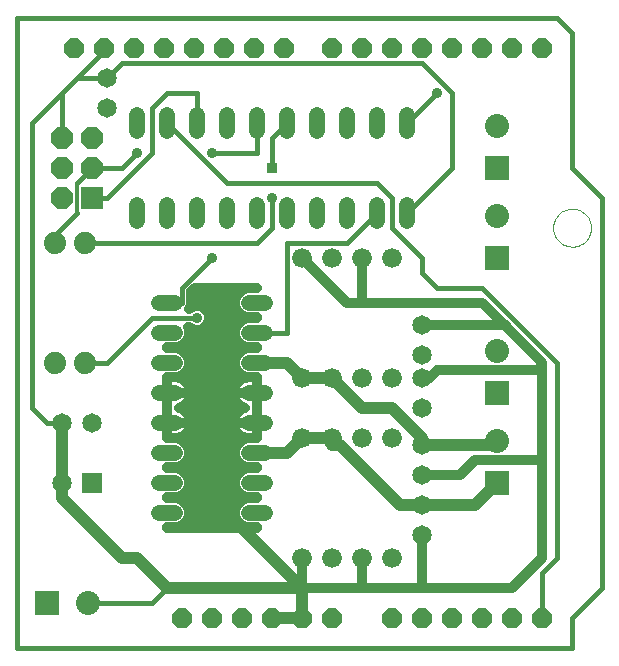
<source format=gbl>
G75*
G70*
%OFA0B0*%
%FSLAX24Y24*%
%IPPOS*%
%LPD*%
%AMOC8*
5,1,8,0,0,1.08239X$1,22.5*
%
%ADD10C,0.0000*%
%ADD11C,0.0160*%
%ADD12OC8,0.0660*%
%ADD13C,0.0520*%
%ADD14C,0.0660*%
%ADD15R,0.0740X0.0740*%
%ADD16OC8,0.0740*%
%ADD17C,0.0650*%
%ADD18R,0.0650X0.0650*%
%ADD19C,0.0740*%
%ADD20R,0.0800X0.0800*%
%ADD21C,0.0800*%
%ADD22C,0.0320*%
%ADD23C,0.0400*%
%ADD24C,0.0356*%
%ADD25R,0.0356X0.0356*%
%ADD26C,0.0120*%
D10*
X010210Y000504D02*
X010210Y021500D01*
X028080Y014504D02*
X028082Y014554D01*
X028088Y014604D01*
X028098Y014653D01*
X028112Y014701D01*
X028129Y014748D01*
X028150Y014793D01*
X028175Y014837D01*
X028203Y014878D01*
X028235Y014917D01*
X028269Y014954D01*
X028306Y014988D01*
X028346Y015018D01*
X028388Y015045D01*
X028432Y015069D01*
X028478Y015090D01*
X028525Y015106D01*
X028573Y015119D01*
X028623Y015128D01*
X028672Y015133D01*
X028723Y015134D01*
X028773Y015131D01*
X028822Y015124D01*
X028871Y015113D01*
X028919Y015098D01*
X028965Y015080D01*
X029010Y015058D01*
X029053Y015032D01*
X029094Y015003D01*
X029133Y014971D01*
X029169Y014936D01*
X029201Y014898D01*
X029231Y014858D01*
X029258Y014815D01*
X029281Y014771D01*
X029300Y014725D01*
X029316Y014677D01*
X029328Y014628D01*
X029336Y014579D01*
X029340Y014529D01*
X029340Y014479D01*
X029336Y014429D01*
X029328Y014380D01*
X029316Y014331D01*
X029300Y014283D01*
X029281Y014237D01*
X029258Y014193D01*
X029231Y014150D01*
X029201Y014110D01*
X029169Y014072D01*
X029133Y014037D01*
X029094Y014005D01*
X029053Y013976D01*
X029010Y013950D01*
X028965Y013928D01*
X028919Y013910D01*
X028871Y013895D01*
X028822Y013884D01*
X028773Y013877D01*
X028723Y013874D01*
X028672Y013875D01*
X028623Y013880D01*
X028573Y013889D01*
X028525Y013902D01*
X028478Y013918D01*
X028432Y013939D01*
X028388Y013963D01*
X028346Y013990D01*
X028306Y014020D01*
X028269Y014054D01*
X028235Y014091D01*
X028203Y014130D01*
X028175Y014171D01*
X028150Y014215D01*
X028129Y014260D01*
X028112Y014307D01*
X028098Y014355D01*
X028088Y014404D01*
X028082Y014454D01*
X028080Y014504D01*
D11*
X010210Y021504D02*
X010210Y000504D01*
X028710Y000504D01*
X028710Y001504D01*
X029710Y002504D01*
X029710Y015504D01*
X028710Y016504D01*
X028710Y021004D01*
X028210Y021504D01*
X010210Y021504D01*
X012210Y019504D02*
X013110Y020404D01*
X013110Y020504D01*
X013710Y020004D02*
X013210Y019504D01*
X012210Y019504D01*
X011710Y019004D01*
X011710Y017504D01*
X010710Y018004D02*
X010710Y008504D01*
X011210Y008004D01*
X011710Y008004D01*
X012460Y010004D02*
X013210Y010004D01*
X014710Y011504D01*
X016210Y011504D01*
X015710Y012004D02*
X015210Y012004D01*
X015710Y012004D02*
X015710Y012504D01*
X016710Y013504D01*
X018210Y014004D02*
X012460Y014004D01*
X011460Y014004D02*
X011460Y014254D01*
X012210Y015004D01*
X012710Y015504D02*
X013210Y015504D01*
X014710Y017004D01*
X014710Y018504D01*
X015210Y019004D01*
X016210Y019004D01*
X016210Y018004D01*
X015210Y018004D02*
X017210Y016004D01*
X022210Y016004D01*
X022710Y015504D01*
X022710Y014504D01*
X023710Y013504D01*
X023710Y013004D01*
X024210Y012504D01*
X025710Y012504D01*
X028210Y010004D01*
X028210Y003504D01*
X027710Y003004D01*
X027710Y001504D01*
X015210Y002504D02*
X014710Y002004D01*
X012588Y002004D01*
X018210Y011004D02*
X019210Y011004D01*
X019210Y014004D01*
X021210Y014004D01*
X022210Y015004D01*
X023210Y015004D02*
X024710Y016504D01*
X024710Y019004D01*
X023710Y020004D01*
X013710Y020004D01*
X011710Y019004D02*
X010710Y018004D01*
X012710Y016504D02*
X013710Y016504D01*
X014210Y017004D01*
X012710Y016504D02*
X012210Y016004D01*
X016710Y017004D02*
X018210Y017004D01*
X018210Y018004D01*
X018710Y017504D02*
X019210Y018004D01*
X018710Y017504D02*
X018710Y016504D01*
X018710Y015504D02*
X018710Y014504D01*
X018210Y014004D01*
X023210Y018004D02*
X024210Y019004D01*
D12*
X024710Y020504D03*
X025710Y020504D03*
X026710Y020504D03*
X027710Y020504D03*
X023710Y020504D03*
X022710Y020504D03*
X021710Y020504D03*
X020710Y020504D03*
X019110Y020504D03*
X018110Y020504D03*
X017110Y020504D03*
X016110Y020504D03*
X015110Y020504D03*
X014110Y020504D03*
X013110Y020504D03*
X012110Y020504D03*
X015710Y001504D03*
X016710Y001504D03*
X017710Y001504D03*
X018710Y001504D03*
X019710Y001504D03*
X020710Y001504D03*
X022710Y001504D03*
X023710Y001504D03*
X024710Y001504D03*
X025710Y001504D03*
X026710Y001504D03*
X027710Y001504D03*
D13*
X018470Y005004D02*
X017950Y005004D01*
X017950Y006004D02*
X018470Y006004D01*
X018470Y007004D02*
X017950Y007004D01*
X017950Y008004D02*
X018470Y008004D01*
X018470Y009004D02*
X017950Y009004D01*
X017950Y010004D02*
X018470Y010004D01*
X018470Y011004D02*
X017950Y011004D01*
X017950Y012004D02*
X018470Y012004D01*
X015470Y012004D02*
X014950Y012004D01*
X014950Y011004D02*
X015470Y011004D01*
X015470Y010004D02*
X014950Y010004D01*
X014950Y009004D02*
X015470Y009004D01*
X015470Y008004D02*
X014950Y008004D01*
X014950Y007004D02*
X015470Y007004D01*
X015470Y006004D02*
X014950Y006004D01*
X014950Y005004D02*
X015470Y005004D01*
X015210Y014744D02*
X015210Y015264D01*
X014210Y015264D02*
X014210Y014744D01*
X016210Y014744D02*
X016210Y015264D01*
X017210Y015264D02*
X017210Y014744D01*
X018210Y014744D02*
X018210Y015264D01*
X019210Y015264D02*
X019210Y014744D01*
X020210Y014744D02*
X020210Y015264D01*
X021210Y015264D02*
X021210Y014744D01*
X022210Y014744D02*
X022210Y015264D01*
X023210Y015264D02*
X023210Y014744D01*
X023210Y017744D02*
X023210Y018264D01*
X022210Y018264D02*
X022210Y017744D01*
X021210Y017744D02*
X021210Y018264D01*
X020210Y018264D02*
X020210Y017744D01*
X019210Y017744D02*
X019210Y018264D01*
X018210Y018264D02*
X018210Y017744D01*
X017210Y017744D02*
X017210Y018264D01*
X016210Y018264D02*
X016210Y017744D01*
X015210Y017744D02*
X015210Y018264D01*
X014210Y018264D02*
X014210Y017744D01*
D14*
X019710Y013504D03*
X020710Y013504D03*
X021710Y013504D03*
X022710Y013504D03*
X022710Y009504D03*
X021710Y009504D03*
X020710Y009504D03*
X019710Y009504D03*
X019710Y007504D03*
X020710Y007504D03*
X021710Y007504D03*
X022710Y007504D03*
X022710Y003504D03*
X021710Y003504D03*
X020710Y003504D03*
X019710Y003504D03*
D15*
X012710Y015504D03*
D16*
X011710Y015504D03*
X011710Y016504D03*
X012710Y016504D03*
X012710Y017504D03*
X011710Y017504D03*
D17*
X013210Y018504D03*
X013210Y019504D03*
X023710Y011254D03*
X023710Y010254D03*
X023710Y009504D03*
X023710Y008504D03*
X023710Y007254D03*
X023710Y006254D03*
X023710Y005254D03*
X023710Y004254D03*
X012710Y008004D03*
X011710Y008004D03*
X011710Y006004D03*
D18*
X012710Y006004D03*
D19*
X012460Y010004D03*
X011460Y010004D03*
X011460Y014004D03*
X012460Y014004D03*
D20*
X026210Y013504D03*
X026210Y016504D03*
X026210Y009004D03*
X026210Y006004D03*
X011210Y002004D03*
D21*
X012588Y002004D03*
X026210Y007382D03*
X026210Y010382D03*
X026210Y014882D03*
X026210Y017882D03*
D22*
X021710Y013504D02*
X021710Y012004D01*
X021210Y012004D01*
X019710Y013504D01*
X018210Y012504D02*
X018210Y012484D01*
X017854Y012484D01*
X017678Y012411D01*
X017543Y012276D01*
X017470Y012099D01*
X017470Y011908D01*
X017543Y011732D01*
X017678Y011597D01*
X017854Y011524D01*
X018210Y011524D01*
X018210Y011484D01*
X017854Y011484D01*
X017678Y011411D01*
X017543Y011276D01*
X017470Y011099D01*
X017470Y010908D01*
X017543Y010732D01*
X017678Y010597D01*
X017854Y010524D01*
X018210Y010524D01*
X018210Y010484D01*
X017854Y010484D01*
X017678Y010411D01*
X017543Y010276D01*
X017470Y010099D01*
X017470Y009908D01*
X017543Y009732D01*
X017678Y009597D01*
X017854Y009524D01*
X018210Y009524D01*
X018210Y009004D01*
X018210Y009004D01*
X018210Y009524D01*
X017909Y009524D01*
X017828Y009511D01*
X017750Y009486D01*
X017677Y009449D01*
X017611Y009401D01*
X017553Y009343D01*
X017505Y009276D01*
X017468Y009204D01*
X017443Y009126D01*
X017430Y009045D01*
X017430Y009004D01*
X018209Y009004D01*
X018209Y009004D01*
X017430Y009004D01*
X017430Y008963D01*
X017443Y008882D01*
X017468Y008804D01*
X017505Y008731D01*
X017553Y008665D01*
X017611Y008607D01*
X017677Y008559D01*
X017750Y008522D01*
X017806Y008504D01*
X017750Y008486D01*
X017677Y008449D01*
X017611Y008401D01*
X017553Y008343D01*
X017505Y008276D01*
X017468Y008204D01*
X017443Y008126D01*
X017430Y008045D01*
X017430Y008004D01*
X018209Y008004D01*
X018209Y008004D01*
X017430Y008004D01*
X017430Y007963D01*
X017443Y007882D01*
X017468Y007804D01*
X017505Y007731D01*
X017553Y007665D01*
X017611Y007607D01*
X017677Y007559D01*
X017750Y007522D01*
X017828Y007497D01*
X017909Y007484D01*
X018210Y007484D01*
X017854Y007484D01*
X017678Y007411D01*
X017543Y007276D01*
X017470Y007099D01*
X017470Y006908D01*
X017543Y006732D01*
X017678Y006597D01*
X017854Y006524D01*
X018210Y006524D01*
X018210Y006484D01*
X017854Y006484D01*
X017678Y006411D01*
X017543Y006276D01*
X017470Y006099D01*
X017470Y005908D01*
X017543Y005732D01*
X017678Y005597D01*
X017854Y005524D01*
X018210Y005524D01*
X018210Y005484D01*
X017854Y005484D01*
X017678Y005411D01*
X017543Y005276D01*
X017470Y005099D01*
X017470Y004908D01*
X017543Y004732D01*
X017678Y004597D01*
X017854Y004524D01*
X018210Y004524D01*
X018210Y004504D01*
X015210Y004504D01*
X015210Y004524D01*
X015565Y004524D01*
X015742Y004597D01*
X015877Y004732D01*
X015950Y004908D01*
X015950Y005099D01*
X015877Y005276D01*
X015742Y005411D01*
X015565Y005484D01*
X015210Y005484D01*
X015210Y005524D01*
X015565Y005524D01*
X015742Y005597D01*
X015877Y005732D01*
X015950Y005908D01*
X015950Y006099D01*
X015877Y006276D01*
X015742Y006411D01*
X015565Y006484D01*
X015210Y006484D01*
X015210Y006524D01*
X015565Y006524D01*
X015742Y006597D01*
X015877Y006732D01*
X015950Y006908D01*
X015950Y007099D01*
X015877Y007276D01*
X015742Y007411D01*
X015565Y007484D01*
X015210Y007484D01*
X015511Y007484D01*
X015592Y007497D01*
X015669Y007522D01*
X015742Y007559D01*
X015809Y007607D01*
X015866Y007665D01*
X015914Y007731D01*
X015952Y007804D01*
X015977Y007882D01*
X015990Y007963D01*
X015990Y008004D01*
X015990Y008045D01*
X015977Y008126D01*
X015952Y008204D01*
X015914Y008276D01*
X015866Y008343D01*
X015809Y008401D01*
X015742Y008449D01*
X015669Y008486D01*
X015614Y008504D01*
X015669Y008522D01*
X015742Y008559D01*
X015809Y008607D01*
X015866Y008665D01*
X015914Y008731D01*
X015952Y008804D01*
X015977Y008882D01*
X015990Y008963D01*
X015990Y009004D01*
X015990Y009045D01*
X015977Y009126D01*
X015952Y009204D01*
X015914Y009276D01*
X015866Y009343D01*
X015809Y009401D01*
X015742Y009449D01*
X015669Y009486D01*
X015592Y009511D01*
X015511Y009524D01*
X015210Y009524D01*
X015210Y009004D01*
X015990Y009004D01*
X015210Y009004D01*
X015210Y009004D01*
X015210Y009004D01*
X015210Y009524D01*
X015565Y009524D01*
X015742Y009597D01*
X015877Y009732D01*
X015950Y009908D01*
X015950Y010099D01*
X015877Y010276D01*
X015742Y010411D01*
X015565Y010484D01*
X015210Y010484D01*
X015210Y010524D01*
X015565Y010524D01*
X015742Y010597D01*
X015877Y010732D01*
X015950Y010908D01*
X015950Y011099D01*
X015906Y011204D01*
X015947Y011204D01*
X015984Y011166D01*
X016131Y011106D01*
X016289Y011106D01*
X016435Y011166D01*
X016547Y011278D01*
X016608Y011425D01*
X016608Y011583D01*
X016547Y011729D01*
X016435Y011841D01*
X016289Y011902D01*
X016131Y011902D01*
X015984Y011841D01*
X015947Y011804D01*
X015934Y011804D01*
X015964Y011834D01*
X016010Y011944D01*
X016010Y012064D01*
X016010Y012380D01*
X016134Y012504D01*
X018210Y012504D01*
X017557Y012290D02*
X016010Y012290D01*
X016010Y011971D02*
X017470Y011971D01*
X017622Y011653D02*
X016579Y011653D01*
X016570Y011334D02*
X017601Y011334D01*
X017470Y011016D02*
X015950Y011016D01*
X015842Y010697D02*
X017578Y010697D01*
X017646Y010379D02*
X015774Y010379D01*
X015950Y010060D02*
X017470Y010060D01*
X017539Y009742D02*
X015881Y009742D01*
X015777Y009423D02*
X017642Y009423D01*
X017439Y009105D02*
X015980Y009105D01*
X015942Y008786D02*
X017477Y008786D01*
X017714Y008468D02*
X015705Y008468D01*
X015969Y008149D02*
X017450Y008149D01*
X017459Y007830D02*
X015960Y007830D01*
X015990Y008004D02*
X015210Y008004D01*
X015990Y008004D01*
X015638Y007512D02*
X017781Y007512D01*
X017509Y007193D02*
X015911Y007193D01*
X015936Y006875D02*
X017484Y006875D01*
X017776Y006556D02*
X015643Y006556D01*
X015892Y006238D02*
X017527Y006238D01*
X017470Y005919D02*
X015950Y005919D01*
X015745Y005601D02*
X017674Y005601D01*
X017549Y005282D02*
X015870Y005282D01*
X015950Y004964D02*
X017470Y004964D01*
X017630Y004645D02*
X015790Y004645D01*
X015210Y007484D02*
X015210Y008004D01*
X015210Y008004D01*
X015210Y008004D01*
X015210Y008524D01*
X015210Y009004D01*
X015210Y009004D01*
X015210Y008004D01*
X015210Y008004D01*
X015210Y007484D01*
X015210Y007512D02*
X015210Y007512D01*
X015210Y007830D02*
X015210Y007830D01*
X015210Y008149D02*
X015210Y008149D01*
X015210Y008468D02*
X015210Y008468D01*
X015210Y008786D02*
X015210Y008786D01*
X015210Y009105D02*
X015210Y009105D01*
X015210Y009423D02*
X015210Y009423D01*
X018210Y009423D02*
X018210Y009423D01*
X018210Y009105D02*
X018210Y009105D01*
X018210Y009004D02*
X018210Y008004D01*
X018210Y008004D01*
X018210Y007484D01*
X018210Y008004D01*
X018210Y008004D01*
X018210Y008524D01*
X018210Y009004D01*
X018210Y009004D01*
X018210Y008786D02*
X018210Y008786D01*
X018210Y008468D02*
X018210Y008468D01*
X018210Y008149D02*
X018210Y008149D01*
X018210Y007830D02*
X018210Y007830D01*
X018210Y007512D02*
X018210Y007512D01*
X019710Y003504D02*
X019710Y002504D01*
X021710Y002504D01*
X021710Y003504D01*
X021710Y002504D02*
X023710Y002504D01*
X023710Y004254D01*
X023710Y002504D02*
X026710Y002504D01*
X027710Y003504D01*
X027710Y006754D01*
X025460Y006754D01*
X024960Y006254D01*
X023710Y006254D01*
X027710Y006754D02*
X027710Y009754D01*
X024210Y009754D01*
X023960Y009504D01*
X023710Y009504D01*
X023710Y011254D02*
X026460Y011254D01*
X025710Y012004D01*
X021710Y012004D01*
X026460Y011254D02*
X027710Y010004D01*
X027710Y009754D01*
D23*
X026210Y007382D02*
X026082Y007254D01*
X023710Y007254D01*
X023710Y007504D01*
X022710Y008504D01*
X021710Y008504D01*
X020710Y009504D01*
X019710Y009504D01*
X019210Y010004D01*
X018210Y010004D01*
X019710Y007504D02*
X020710Y007504D01*
X020710Y007254D01*
X020960Y007254D01*
X022960Y005254D01*
X023710Y005254D01*
X025460Y005254D01*
X026210Y006004D01*
X019710Y007504D02*
X019210Y007004D01*
X018210Y007004D01*
X017710Y004504D02*
X019710Y002504D01*
X015210Y002504D01*
X014210Y003504D01*
X013710Y003504D01*
X011710Y005504D01*
X011710Y006004D01*
X011710Y008004D01*
X019710Y002504D02*
X019710Y001504D01*
X018710Y001504D01*
D24*
X016210Y011504D03*
X016710Y013504D03*
X018710Y015504D03*
X016710Y017004D03*
X014210Y017004D03*
X024210Y019004D03*
D25*
X018710Y016504D03*
D26*
X012210Y016004D02*
X012210Y015004D01*
M02*

</source>
